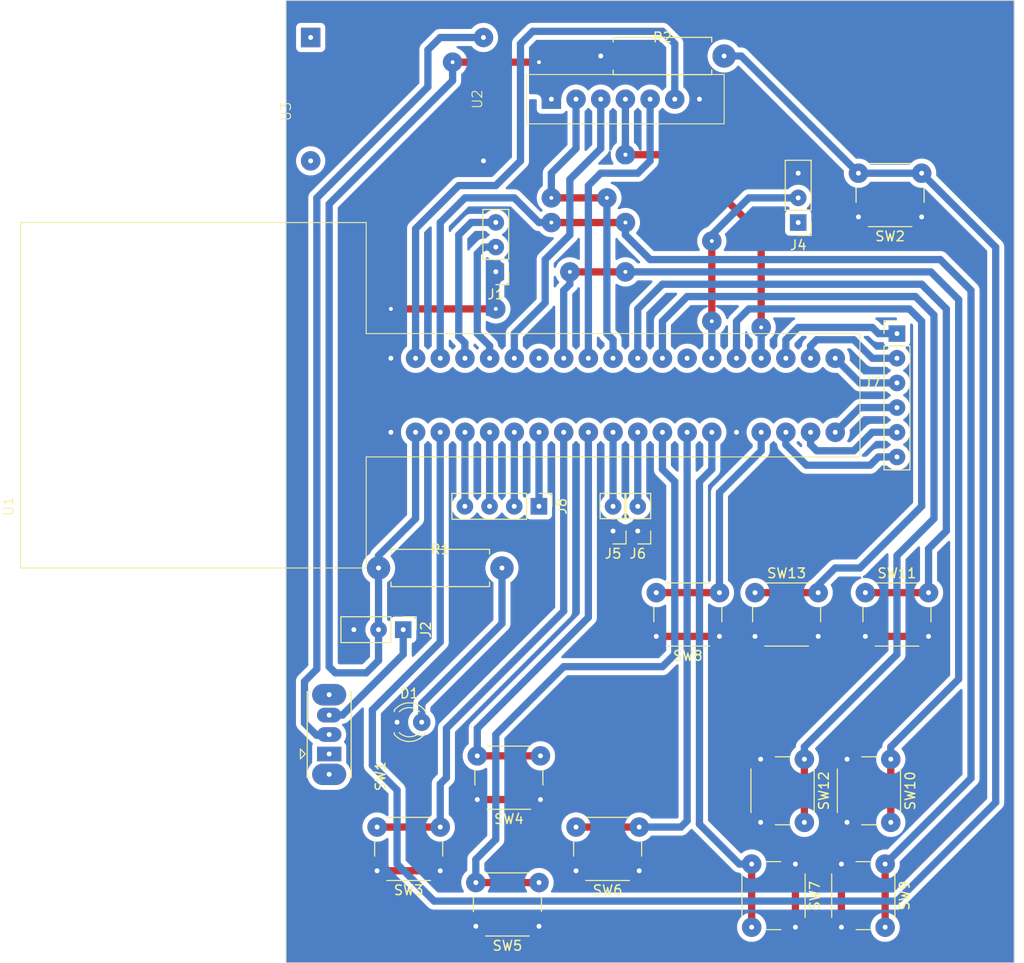
<source format=kicad_pcb>
(kicad_pcb (version 20221018) (generator pcbnew)
  (layers (0 "F.Cu" signal) (31 "B.Cu" signal) (36 "B.SilkS" user "B.Silkscreen") (37 "F.SilkS" user "F.Silkscreen") (38 "B.Mask" user) (39 "F.Mask" user) (44 "Edge.Cuts" user))
  (net 0 "")
  (net 1 "GND")
  (net 2 "+3.3V")
  (net 3 "Net-(D1-A)")
  (net 4 "Net-(J1-Pin_2)")
  (net 5 "Net-(J1-Pin_3)")
  (net 6 "Net-(J2-Pin_1)")
  (net 8 "Net-(J4-Pin_2)")
  (net 9 "Net-(J5-Pin_2)")
  (net 10 "Net-(J6-Pin_2)")
  (net 11 "Net-(J7-Pin_1)")
  (net 12 "Net-(J7-Pin_2)")
  (net 13 "Net-(J7-Pin_3)")
  (net 14 "Net-(J7-Pin_4)")
  (net 15 "Net-(J7-Pin_5)")
  (net 16 "Net-(J7-Pin_6)")
  (net 17 "Net-(J8-Pin_1)")
  (net 18 "Net-(J8-Pin_2)")
  (net 19 "Net-(J8-Pin_3)")
  (net 20 "Net-(J8-Pin_4)")
  (net 21 "Net-(U1-EN)")
  (net 22 "Net-(U1-IO15)")
  (net 24 "Net-(SW1-B)")
  (net 26 "Net-(U1-IO32)")
  (net 27 "Net-(U1-IO33)")
  (net 28 "Net-(U1-IO5)")
  (net 29 "Net-(U1-IO18)")
  (net 30 "Net-(U1-IO27)")
  (net 32 "Net-(U1-IO21)")
  (net 33 "Net-(U1-IO14)")
  (net 34 "Net-(U1-IO12)")
  (net 35 "Net-(U1-IO13)")
  (net 36 "Net-(U1-IO23)")
  (net 37 "Net-(U1-IO22)")
  (net 38 "Net-(U1-IO19)")
  (net 39 "Net-(U1-IO17)")
  (net 40 "Net-(U1-IO16)")
  (net 41 "Net-(U1-IO2)")
  (footprint "Connector_PinHeader_2.54mm:PinHeader_1x04_P2.54mm_Vertical" (layer "F.Cu") (at 143.5 91.44 -90)
    (fp_text reference "J8" (at 0 -2.33 90) (layer "F.SilkS"))
    (fp_text value "Conn_01x04")
    (pad "1" thru_hole rect (at 0 0 270) (size 1.7 1.7) (drill 0.5) (layers "*.Cu" "*.Mask") (net 17 "Net-(J8-Pin_1)"))
    (pad "2" thru_hole oval (at 0 2.54 270) (size 1.7 1.7) (drill 0.5) (layers "*.Cu" "*.Mask") (net 18 "Net-(J8-Pin_2)"))
    (pad "3" thru_hole oval (at 0 5.08 270) (size 1.7 1.7) (drill 0.5) (layers "*.Cu" "*.Mask") (net 19 "Net-(J8-Pin_3)"))
    (pad "4" thru_hole oval (at 0 7.62 270) (size 1.7 1.7) (drill 0.5) (layers "*.Cu" "*.Mask") (net 20 "Net-(J8-Pin_4)"))
  )
  (footprint "Button_Switch_THT:SW_PUSH_6mm" (layer "F.Cu") (at 153.82 128.96 180)
    (fp_text reference "SW6" (at 3.25 -2) (layer "F.SilkS"))
    (fp_text value "SW_Push")
    (pad "1" thru_hole circle (at 0 0 270) (size 2 2) (drill 0.5) (layers "*.Cu" "*.Mask") (net 1 "GND"))
    (pad "1" thru_hole circle (at 6.5 0 270) (size 2 2) (drill 0.5) (layers "*.Cu" "*.Mask") (net 1 "GND"))
    (pad "2" thru_hole circle (at 0 4.5 270) (size 2 2) (drill 0.5) (layers "*.Cu" "*.Mask") (net 33 "Net-(U1-IO14)"))
    (pad "2" thru_hole circle (at 6.5 4.5 270) (size 2 2) (drill 0.5) (layers "*.Cu" "*.Mask") (net 33 "Net-(U1-IO14)"))
  )
  (footprint "Resistor_THT:R_Axial_DIN0411_L9.9mm_D3.6mm_P12.70mm_Horizontal" (layer "F.Cu") (at 149.86 45.085)
    (fp_text reference "R2" (at 6.35 -1.92) (layer "F.SilkS"))
    (fp_text value "R")
    (pad "1" thru_hole circle (at 0 0) (size 2.4 2.4) (drill 0.5) (layers "*.Cu" "*.Mask") (net 2 "+3.3V"))
    (pad "2" thru_hole oval (at 12.7 0) (size 2.4 2.4) (drill 0.5) (layers "*.Cu" "*.Mask") (net 21 "Net-(U1-EN)"))
  )
  (footprint "Button_Switch_THT:SW_PUSH_6mm" (layer "F.Cu") (at 143.51 134.675 180)
    (fp_text reference "SW5" (at 3.25 -2) (layer "F.SilkS"))
    (fp_text value "SW_Push")
    (pad "1" thru_hole circle (at 0 0 270) (size 2 2) (drill 0.5) (layers "*.Cu" "*.Mask") (net 1 "GND"))
    (pad "1" thru_hole circle (at 6.5 0 270) (size 2 2) (drill 0.5) (layers "*.Cu" "*.Mask") (net 1 "GND"))
    (pad "2" thru_hole circle (at 0 4.5 270) (size 2 2) (drill 0.5) (layers "*.Cu" "*.Mask") (net 30 "Net-(U1-IO27)"))
    (pad "2" thru_hole circle (at 6.5 4.5 270) (size 2 2) (drill 0.5) (layers "*.Cu" "*.Mask") (net 30 "Net-(U1-IO27)"))
  )
  (footprint "Connector_PinHeader_2.54mm:PinHeader_1x02_P2.54mm_Vertical" (layer "F.Cu") (at 151.13 93.985 180)
    (fp_text reference "J5" (at 0 -2.33) (layer "F.SilkS"))
    (fp_text value "Conn_01x02")
    (pad "1" thru_hole rect (at 0 0 180) (size 1.7 1.7) (drill 0.5) (layers "*.Cu" "*.Mask") (net 1 "GND"))
    (pad "2" thru_hole oval (at 0 2.54 180) (size 1.7 1.7) (drill 0.5) (layers "*.Cu" "*.Mask") (net 9 "Net-(J5-Pin_2)"))
  )
  (footprint "Button_Switch_THT:SW_PUSH_6mm" (layer "F.Cu") (at 179.705 117.475 -90)
    (fp_text reference "SW10" (at 3.25 -2 90) (layer "F.SilkS"))
    (fp_text value "SW_Push")
    (pad "1" thru_hole circle (at 0 0) (size 2 2) (drill 0.5) (layers "*.Cu" "*.Mask") (net 38 "Net-(U1-IO19)"))
    (pad "1" thru_hole circle (at 6.5 0) (size 2 2) (drill 0.5) (layers "*.Cu" "*.Mask") (net 38 "Net-(U1-IO19)"))
    (pad "2" thru_hole circle (at 0 4.5) (size 2 2) (drill 0.5) (layers "*.Cu" "*.Mask") (net 1 "GND"))
    (pad "2" thru_hole circle (at 6.5 4.5) (size 2 2) (drill 0.5) (layers "*.Cu" "*.Mask") (net 1 "GND"))
  )
  (footprint "NakamaLibrary:BAT-MNG" (layer "F.Cu") (at 117.475 50.8 90)
    (fp_text reference "U3" (at 0 0 90 unlocked) (layer "F.SilkS") (effects (font (thickness 0.1))))
    (fp_text value "~")
    (pad "1" thru_hole rect (at 7.62 2.54 90) (size 2 2) (drill 0.5) (layers "*.Cu" "*.Mask"))
    (pad "2" thru_hole circle (at -5.08 2.54 90) (size 2 2) (drill 0.5) (layers "*.Cu" "*.Mask"))
    (pad "3" thru_hole circle (at 7.62 20.32 90) (size 2 2) (drill 0.5) (layers "*.Cu" "*.Mask") (net 24 "Net-(SW1-B)"))
    (pad "4" thru_hole circle (at -5.08 20.32 90) (size 2 2) (drill 0.5) (layers "*.Cu" "*.Mask") (net 1 "GND"))
  )
  (footprint "LED_THT:LED_D3.0mm" (layer "F.Cu") (at 128.905 113.665)
    (fp_text reference "D1" (at 1.27 -2.96) (layer "F.SilkS"))
    (fp_text value "LED")
    (pad "1" thru_hole rect (at 0 0) (size 1.8 1.8) (drill 0.5) (layers "*.Cu" "*.Mask") (net 1 "GND"))
    (pad "2" thru_hole circle (at 2.54 0) (size 1.8 1.8) (drill 0.5) (layers "*.Cu" "*.Mask") (net 3 "Net-(D1-A)"))
  )
  (footprint "Button_Switch_THT:SW_PUSH_6mm" (layer "F.Cu") (at 169.89 128.27 -90)
    (fp_text reference "SW7" (at 3.25 -2 90) (layer "F.SilkS"))
    (fp_text value "SW_Push")
    (pad "1" thru_hole circle (at 0 0) (size 2 2) (drill 0.5) (layers "*.Cu" "*.Mask") (net 1 "GND"))
    (pad "1" thru_hole circle (at 6.5 0) (size 2 2) (drill 0.5) (layers "*.Cu" "*.Mask") (net 1 "GND"))
    (pad "2" thru_hole circle (at 0 4.5) (size 2 2) (drill 0.5) (layers "*.Cu" "*.Mask") (net 34 "Net-(U1-IO12)"))
    (pad "2" thru_hole circle (at 6.5 4.5) (size 2 2) (drill 0.5) (layers "*.Cu" "*.Mask") (net 34 "Net-(U1-IO12)"))
  )
  (footprint "Button_Switch_THT:SW_PUSH_6mm" (layer "F.Cu") (at 162.075 104.83 180)
    (fp_text reference "SW8" (at 3.25 -2) (layer "F.SilkS"))
    (fp_text value "SW_Push")
    (pad "1" thru_hole circle (at 0 0 270) (size 2 2) (drill 0.5) (layers "*.Cu" "*.Mask") (net 1 "GND"))
    (pad "1" thru_hole circle (at 6.5 0 270) (size 2 2) (drill 0.5) (layers "*.Cu" "*.Mask") (net 1 "GND"))
    (pad "2" thru_hole circle (at 0 4.5 270) (size 2 2) (drill 0.5) (layers "*.Cu" "*.Mask") (net 35 "Net-(U1-IO13)"))
    (pad "2" thru_hole circle (at 6.5 4.5 270) (size 2 2) (drill 0.5) (layers "*.Cu" "*.Mask") (net 35 "Net-(U1-IO13)"))
  )
  (footprint "Connector_PinHeader_2.54mm:PinHeader_1x03_P2.54mm_Vertical" (layer "F.Cu") (at 129.54 104.14 -90)
    (fp_text reference "J2" (at 0 -2.33 90) (layer "F.SilkS"))
    (fp_text value "Conn_01x03")
    (pad "1" thru_hole rect (at 0 0 270) (size 1.7 1.7) (drill 0.5) (layers "*.Cu" "*.Mask") (net 6 "Net-(J2-Pin_1)"))
    (pad "2" thru_hole oval (at 0 2.54 270) (size 1.7 1.7) (drill 0.5) (layers "*.Cu" "*.Mask") (net 2 "+3.3V"))
    (pad "3" thru_hole oval (at 0 5.08 270) (size 1.7 1.7) (drill 0.5) (layers "*.Cu" "*.Mask") (net 1 "GND"))
  )
  (footprint "Button_Switch_THT:SW_PUSH_6mm" (layer "F.Cu") (at 143.66 121.63 180)
    (fp_text reference "SW4" (at 3.25 -2) (layer "F.SilkS"))
    (fp_text value "SW_Push")
    (pad "1" thru_hole circle (at 0 0 270) (size 2 2) (drill 0.5) (layers "*.Cu" "*.Mask") (net 1 "GND"))
    (pad "1" thru_hole circle (at 6.5 0 270) (size 2 2) (drill 0.5) (layers "*.Cu" "*.Mask") (net 1 "GND"))
    (pad "2" thru_hole circle (at 0 4.5 270) (size 2 2) (drill 0.5) (layers "*.Cu" "*.Mask") (net 27 "Net-(U1-IO33)"))
    (pad "2" thru_hole circle (at 6.5 4.5 270) (size 2 2) (drill 0.5) (layers "*.Cu" "*.Mask") (net 27 "Net-(U1-IO33)"))
  )
  (footprint "Connector_PinHeader_2.54mm:PinHeader_1x02_P2.54mm_Vertical" (layer "F.Cu") (at 153.67 93.985 180)
    (fp_text reference "J6" (at 0 -2.33) (layer "F.SilkS"))
    (fp_text value "Conn_01x02")
    (pad "1" thru_hole rect (at 0 0 180) (size 1.7 1.7) (drill 0.5) (layers "*.Cu" "*.Mask") (net 1 "GND"))
    (pad "2" thru_hole oval (at 0 2.54 180) (size 1.7 1.7) (drill 0.5) (layers "*.Cu" "*.Mask") (net 10 "Net-(J6-Pin_2)"))
  )
  (footprint "Button_Switch_THT:SW_PUSH_6mm" (layer "F.Cu") (at 165.735 100.33)
    (fp_text reference "SW13" (at 3.25 -2) (layer "F.SilkS"))
    (fp_text value "SW_Push")
    (pad "1" thru_hole circle (at 0 0 90) (size 2 2) (drill 0.5) (layers "*.Cu" "*.Mask") (net 41 "Net-(U1-IO2)"))
    (pad "1" thru_hole circle (at 6.5 0 90) (size 2 2) (drill 0.5) (layers "*.Cu" "*.Mask") (net 41 "Net-(U1-IO2)"))
    (pad "2" thru_hole circle (at 0 4.5 90) (size 2 2) (drill 0.5) (layers "*.Cu" "*.Mask") (net 1 "GND"))
    (pad "2" thru_hole circle (at 6.5 4.5 90) (size 2 2) (drill 0.5) (layers "*.Cu" "*.Mask") (net 1 "GND"))
  )
  (footprint "Connector_PinHeader_2.54mm:PinHeader_1x06_P2.54mm_Vertical" (layer "F.Cu") (at 180.34 73.66)
    (fp_text reference "J7" (at -2.54 5.08) (layer "F.SilkS"))
    (fp_text value "Conn_01x06")
    (pad "1" thru_hole rect (at 0 0) (size 1.7 1.7) (drill 0.5) (layers "*.Cu" "*.Mask") (net 11 "Net-(J7-Pin_1)"))
    (pad "2" thru_hole oval (at 0 2.54) (size 1.7 1.7) (drill 0.5) (layers "*.Cu" "*.Mask") (net 12 "Net-(J7-Pin_2)"))
    (pad "3" thru_hole oval (at 0 5.08) (size 1.7 1.7) (drill 0.5) (layers "*.Cu" "*.Mask") (net 13 "Net-(J7-Pin_3)"))
    (pad "4" thru_hole oval (at 0 7.62) (size 1.7 1.7) (drill 0.5) (layers "*.Cu" "*.Mask") (net 14 "Net-(J7-Pin_4)"))
    (pad "5" thru_hole oval (at 0 10.16) (size 1.7 1.7) (drill 0.5) (layers "*.Cu" "*.Mask") (net 15 "Net-(J7-Pin_5)"))
    (pad "6" thru_hole oval (at 0 12.7) (size 1.7 1.7) (drill 0.5) (layers "*.Cu" "*.Mask") (net 16 "Net-(J7-Pin_6)"))
  )
  (footprint "Button_Switch_THT:SW_Slide_1P2T_CK_OS102011MS2Q" (layer "F.Cu") (at 121.92 116.935 90)
    (fp_text reference "SW1" (at -2.3 5.275 90) (layer "F.SilkS"))
    (fp_text value "SW_SPDT")
    (pad "" thru_hole oval (at -2.1 0 90) (size 2.2 3.5) (drill 0.5) (layers "*.Cu" "*.Mask"))
    (pad "" thru_hole oval (at 6.1 0 90) (size 2.2 3.5) (drill 0.5) (layers "*.Cu" "*.Mask"))
    (pad "1" thru_hole rect (at 0 0 90) (size 1.5 2.5) (drill 0.5) (layers "*.Cu" "*.Mask"))
    (pad "2" thru_hole oval (at 2 0 90) (size 1.5 2.5) (drill 0.5) (layers "*.Cu" "*.Mask") (net 24 "Net-(SW1-B)"))
    (pad "3" thru_hole oval (at 4 0 90) (size 1.5 2.5) (drill 0.5) (layers "*.Cu" "*.Mask") (net 6 "Net-(J2-Pin_1)"))
  )
  (footprint "NakamaLibrary:AQM1248A-LCD" (layer "F.Cu") (at 152.4 49.53 90)
    (fp_text reference "U2" (at 0 -15.24 90 unlocked) (layer "F.SilkS") (effects (font (thickness 0.1))))
    (fp_text value "~")
    (pad "1" thru_hole rect (at 0 -7.62 90) (size 2 2) (drill 0.5) (layers "*.Cu" "*.Mask") (net 2 "+3.3V"))
    (pad "2" thru_hole circle (at 0 -5.08 90) (size 2 2) (drill 0.5) (layers "*.Cu" "*.Mask") (net 28 "Net-(U1-IO5)"))
    (pad "3" thru_hole circle (at 0 -2.54 90) (size 2 2) (drill 0.5) (layers "*.Cu" "*.Mask") (net 32 "Net-(U1-IO21)"))
    (pad "4" thru_hole circle (at 0 0 90) (size 2 2) (drill 0.5) (layers "*.Cu" "*.Mask") (net 22 "Net-(U1-IO15)"))
    (pad "5" thru_hole circle (at 0 2.54 90) (size 2 2) (drill 0.5) (layers "*.Cu" "*.Mask") (net 29 "Net-(U1-IO18)"))
    (pad "6" thru_hole circle (at 0 5.08 90) (size 2 2) (drill 0.5) (layers "*.Cu" "*.Mask") (net 36 "Net-(U1-IO23)"))
    (pad "7" thru_hole circle (at 0 7.62 90) (size 2 2) (drill 0.5) (layers "*.Cu" "*.Mask") (net 1 "GND"))
  )
  (footprint "Button_Switch_THT:SW_PUSH_6mm" (layer "F.Cu") (at 179.125 128.27 -90)
    (fp_text reference "SW9" (at 3.25 -2 90) (layer "F.SilkS"))
    (fp_text value "SW_Push")
    (pad "1" thru_hole circle (at 0 0) (size 2 2) (drill 0.5) (layers "*.Cu" "*.Mask") (net 37 "Net-(U1-IO22)"))
    (pad "1" thru_hole circle (at 6.5 0) (size 2 2) (drill 0.5) (layers "*.Cu" "*.Mask") (net 37 "Net-(U1-IO22)"))
    (pad "2" thru_hole circle (at 0 4.5) (size 2 2) (drill 0.5) (layers "*.Cu" "*.Mask") (net 1 "GND"))
    (pad "2" thru_hole circle (at 6.5 4.5) (size 2 2) (drill 0.5) (layers "*.Cu" "*.Mask") (net 1 "GND"))
  )
  (footprint "NakamaLibrary:ESP32-AKITUKI" (layer "F.Cu") (at 128.27 80.01 90)
    (fp_text reference "U1" (at -11.43 -39.37 90 unlocked) (layer "F.SilkS") (effects (font (thickness 0.1))))
    (fp_text value "~")
    (pad "1" thru_hole circle (at -3.81 0 90) (size 2 2) (drill 0.5) (layers "*.Cu" "*.Mask") (net 1 "GND"))
    (pad "2" thru_hole circle (at -3.81 2.54 90) (size 2 2) (drill 0.5) (layers "*.Cu" "*.Mask") (net 2 "+3.3V"))
    (pad "3" thru_hole circle (at -3.81 5.08 90) (size 2 2) (drill 0.5) (layers "*.Cu" "*.Mask") (net 21 "Net-(U1-EN)"))
    (pad "4" thru_hole circle (at -3.81 7.62 90) (size 2 2) (drill 0.5) (layers "*.Cu" "*.Mask") (net 20 "Net-(J8-Pin_4)"))
    (pad "5" thru_hole circle (at -3.81 10.16 90) (size 2 2) (drill 0.5) (layers "*.Cu" "*.Mask") (net 19 "Net-(J8-Pin_3)"))
    (pad "6" thru_hole circle (at -3.81 12.7 90) (size 2 2) (drill 0.5) (layers "*.Cu" "*.Mask") (net 18 "Net-(J8-Pin_2)"))
    (pad "7" thru_hole circle (at -3.81 15.24 90) (size 2 2) (drill 0.5) (layers "*.Cu" "*.Mask") (net 17 "Net-(J8-Pin_1)"))
    (pad "8" thru_hole circle (at -3.81 17.78 90) (size 2 2) (drill 0.5) (layers "*.Cu" "*.Mask") (net 26 "Net-(U1-IO32)"))
    (pad "9" thru_hole circle (at -3.81 20.32 90) (size 2 2) (drill 0.5) (layers "*.Cu" "*.Mask") (net 27 "Net-(U1-IO33)"))
    (pad "10" thru_hole circle (at -3.81 22.86 90) (size 2 2) (drill 0.5) (layers "*.Cu" "*.Mask") (net 9 "Net-(J5-Pin_2)"))
    (pad "11" thru_hole circle (at -3.81 25.4 90) (size 2 2) (drill 0.5) (layers "*.Cu" "*.Mask") (net 10 "Net-(J6-Pin_2)"))
    (pad "12" thru_hole circle (at -3.81 27.94 90) (size 2 2) (drill 0.5) (layers "*.Cu" "*.Mask") (net 30 "Net-(U1-IO27)"))
    (pad "13" thru_hole circle (at -3.81 30.48 90) (size 2 2) (drill 0.5) (layers "*.Cu" "*.Mask") (net 33 "Net-(U1-IO14)"))
    (pad "14" thru_hole circle (at -3.81 33.02 90) (size 2 2) (drill 0.5) (layers "*.Cu" "*.Mask") (net 34 "Net-(U1-IO12)"))
    (pad "15" thru_hole circle (at -3.81 35.56 90) (size 2 2) (drill 0.5) (layers "*.Cu" "*.Mask") (net 1 "GND"))
    (pad "16" thru_hole circle (at -3.81 38.1 90) (size 2 2) (drill 0.5) (layers "*.Cu" "*.Mask") (net 35 "Net-(U1-IO13)"))
    (pad "17" thru_hole circle (at -3.81 40.64 90) (size 2 2) (drill 0.5) (layers "*.Cu" "*.Mask") (net 16 "Net-(J7-Pin_6)"))
    (pad "18" thru_hole circle (at -3.81 43.18 90) (size 2 2) (drill 0.5) (layers "*.Cu" "*.Mask") (net 15 "Net-(J7-Pin_5)"))
    (pad "19" thru_hole circle (at -3.81 45.72 90) (size 2 2) (drill 0.5) (layers "*.Cu" "*.Mask") (net 14 "Net-(J7-Pin_4)"))
    (pad "20" thru_hole circle (at 3.81 45.72 90) (size 2 2) (drill 0.5) (layers "*.Cu" "*.Mask") (net 13 "Net-(J7-Pin_3)"))
    (pad "21" thru_hole circle (at 3.81 43.18 90) (size 2 2) (drill 0.5) (layers "*.Cu" "*.Mask") (net 12 "Net-(J7-Pin_2)"))
    (pad "22" thru_hole circle (at 3.81 40.64 90) (size 2 2) (drill 0.5) (layers "*.Cu" "*.Mask") (net 11 "Net-(J7-Pin_1)"))
    (pad "23" thru_hole circle (at 3.81 38.1 90) (size 2 2) (drill 0.5) (layers "*.Cu" "*.Mask") (net 22 "Net-(U1-IO15)"))
    (pad "24" thru_hole circle (at 3.81 35.56 90) (size 2 2) (drill 0.5) (layers "*.Cu" "*.Mask") (net 41 "Net-(U1-IO2)"))
    (pad "25" thru_hole circle (at 3.81 33.02 90) (size 2 2) (drill 0.5) (layers "*.Cu" "*.Mask") (net 8 "Net-(J4-Pin_2)"))
    (pad "26" thru_hole circle (at 3.81 30.48 90) (size 2 2) (drill 0.5) (layers "*.Cu" "*.Mask"))
    (pad "27" thru_hole circle (at 3.81 27.94 90) (size 2 2) (drill 0.5) (layers "*.Cu" "*.Mask") (net 40 "Net-(U1-IO16)"))
    (pad "28" thru_hole circle (at 3.81 25.4 90) (size 2 2) (drill 0.5) (layers "*.Cu" "*.Mask") (net 39 "Net-(U1-IO17)"))
    (pad "29" thru_hole circle (at 3.81 22.86 90) (size 2 2) (drill 0.5) (layers "*.Cu" "*.Mask") (net 28 "Net-(U1-IO5)"))
    (pad "30" thru_hole circle (at 3.81 20.32 90) (size 2 2) (drill 0.5) (layers "*.Cu" "*.Mask") (net 29 "Net-(U1-IO18)"))
    (pad "31" thru_hole circle (at 3.81 17.78 90) (size 2 2) (drill 0.5) (layers "*.Cu" "*.Mask") (net 38 "Net-(U1-IO19)"))
    (pad "32" thru_hole circle (at 3.81 15.24 90) (size 2 2) (drill 0.5) (layers "*.Cu" "*.Mask"))
    (pad "33" thru_hole circle (at 3.81 12.7 90) (size 2 2) (drill 0.5) (layers "*.Cu" "*.Mask") (net 32 "Net-(U1-IO21)"))
    (pad "34" thru_hole circle (at 3.81 10.16 90) (size 2 2) (drill 0.5) (layers "*.Cu" "*.Mask") (net 4 "Net-(J1-Pin_2)"))
    (pad "35" thru_hole circle (at 3.81 7.62 90) (size 2 2) (drill 0.5) (layers "*.Cu" "*.Mask") (net 5 "Net-(J1-Pin_3)"))
    (pad "36" thru_hole circle (at 3.81 5.08 90) (size 2 2) (drill 0.5) (layers "*.Cu" "*.Mask") (net 37 "Net-(U1-IO22)"))
    (pad "37" thru_hole circle (at 3.81 2.54 90) (size 2 2) (drill 0.5) (layers "*.Cu" "*.Mask") (net 36 "Net-(U1-IO23)"))
    (pad "38" thru_hole circle (at 3.81 0 90) (size 2 2) (drill 0.5) (layers "*.Cu" "*.Mask") (net 1 "GND"))
  )
  (footprint "Connector_PinHeader_2.54mm:PinHeader_1x03_P2.54mm_Vertical" (layer "F.Cu") (at 139.065 67.295 180)
    (fp_text reference "J1" (at 0 -2.33) (layer "F.SilkS"))
    (fp_text value "Conn_01x03")
    (pad "1" thru_hole rect (at 0 0 180) (size 1.7 1.7) (drill 0.5) (layers "*.Cu" "*.Mask") (net 1 "GND"))
    (pad "2" thru_hole oval (at 0 2.54 180) (size 1.7 1.7) (drill 0.5) (layers "*.Cu" "*.Mask") (net 4 "Net-(J1-Pin_2)"))
    (pad "3" thru_hole oval (at 0 5.08 180) (size 1.7 1.7) (drill 0.5) (layers "*.Cu" "*.Mask") (net 5 "Net-(J1-Pin_3)"))
  )
  (footprint "Resistor_THT:R_Axial_DIN0411_L9.9mm_D3.6mm_P12.70mm_Horizontal" (layer "F.Cu") (at 127 97.79)
    (fp_text reference "R1" (at 6.35 -1.92) (layer "F.SilkS"))
    (fp_text value "R")
    (pad "1" thru_hole circle (at 0 0) (size 2.4 2.4) (drill 0.5) (layers "*.Cu" "*.Mask") (net 2 "+3.3V"))
    (pad "2" thru_hole oval (at 12.7 0) (size 2.4 2.4) (drill 0.5) (layers "*.Cu" "*.Mask") (net 3 "Net-(D1-A)"))
  )
  (footprint "Button_Switch_THT:SW_PUSH_6mm" (layer "F.Cu") (at 177.09 100.33)
    (fp_text reference "SW11" (at 3.25 -2) (layer "F.SilkS"))
    (fp_text value "SW_Push")
    (pad "1" thru_hole circle (at 0 0 90) (size 2 2) (drill 0.5) (layers "*.Cu" "*.Mask") (net 39 "Net-(U1-IO17)"))
    (pad "1" thru_hole circle (at 6.5 0 90) (size 2 2) (drill 0.5) (layers "*.Cu" "*.Mask") (net 39 "Net-(U1-IO17)"))
    (pad "2" thru_hole circle (at 0 4.5 90) (size 2 2) (drill 0.5) (layers "*.Cu" "*.Mask") (net 1 "GND"))
    (pad "2" thru_hole circle (at 6.5 4.5 90) (size 2 2) (drill 0.5) (layers "*.Cu" "*.Mask") (net 1 "GND"))
  )
  (footprint "Button_Switch_THT:SW_PUSH_6mm" (layer "F.Cu") (at 133.35 128.96 180)
    (fp_text reference "SW3" (at 3.25 -2) (layer "F.SilkS"))
    (fp_text value "SW_Push")
    (pad "1" thru_hole circle (at 0 0 270) (size 2 2) (drill 0.5) (layers "*.Cu" "*.Mask") (net 1 "GND"))
    (pad "1" thru_hole circle (at 6.5 0 270) (size 2 2) (drill 0.5) (layers "*.Cu" "*.Mask") (net 1 "GND"))
    (pad "2" thru_hole circle (at 0 4.5 270) (size 2 2) (drill 0.5) (layers "*.Cu" "*.Mask") (net 26 "Net-(U1-IO32)"))
    (pad "2" thru_hole circle (at 6.5 4.5 270) (size 2 2) (drill 0.5) (layers "*.Cu" "*.Mask") (net 26 "Net-(U1-IO32)"))
  )
  (footprint "Connector_PinHeader_2.54mm:PinHeader_1x03_P2.54mm_Vertical" (layer "F.Cu") (at 170.18 62.23 180)
    (fp_text reference "J4" (at 0 -2.33) (layer "F.SilkS"))
    (fp_text value "Conn_01x03")
    (pad "1" thru_hole rect (at 0 0 180) (size 1.7 1.7) (drill 0.5) (layers "*.Cu" "*.Mask"))
    (pad "2" thru_hole oval (at 0 2.54 180) (size 1.7 1.7) (drill 0.5) (layers "*.Cu" "*.Mask") (net 8 "Net-(J4-Pin_2)"))
    (pad "3" thru_hole oval (at 0 5.08 180) (size 1.7 1.7) (drill 0.5) (layers "*.Cu" "*.Mask") (net 1 "GND"))
  )
  (footprint "Button_Switch_THT:SW_PUSH_6mm" (layer "F.Cu") (at 170.815 117.475 -90)
    (fp_text reference "SW12" (at 3.25 -2 90) (layer "F.SilkS"))
    (fp_text value "SW_Push")
    (pad "1" thru_hole circle (at 0 0) (size 2 2) (drill 0.5) (layers "*.Cu" "*.Mask") (net 40 "Net-(U1-IO16)"))
    (pad "1" thru_hole circle (at 6.5 0) (size 2 2) (drill 0.5) (layers "*.Cu" "*.Mask") (net 40 "Net-(U1-IO16)"))
    (pad "2" thru_hole circle (at 0 4.5) (size 2 2) (drill 0.5) (layers "*.Cu" "*.Mask") (net 1 "GND"))
    (pad "2" thru_hole circle (at 6.5 4.5) (size 2 2) (drill 0.5) (layers "*.Cu" "*.Mask") (net 1 "GND"))
  )
  (footprint "Button_Switch_THT:SW_PUSH_6mm" (layer "F.Cu") (at 182.88 61.65 180)
    (fp_text reference "SW2" (at 3.25 -2) (layer "F.SilkS"))
    (fp_text value "SW_Push")
    (pad "1" thru_hole circle (at 0 0 270) (size 2 2) (drill 0.5) (layers "*.Cu" "*.Mask") (net 1 "GND"))
    (pad "1" thru_hole circle (at 6.5 0 270) (size 2 2) (drill 0.5) (layers "*.Cu" "*.Mask") (net 1 "GND"))
    (pad "2" thru_hole circle (at 0 4.5 270) (size 2 2) (drill 0.5) (layers "*.Cu" "*.Mask") (net 21 "Net-(U1-EN)"))
    (pad "2" thru_hole circle (at 6.5 4.5 270) (size 2 2) (drill 0.5) (layers "*.Cu" "*.Mask") (net 21 "Net-(U1-EN)"))
  )
  (gr_rect (start 117.475 39.37) (end 192.405 138.43) (stroke (width 0.1)) (fill none) (layer "Edge.Cuts"))
  (segment (start 147.32 128.96) (end 153.82 128.96) (width 0.75) (layer "F.Cu") (net 1))
  (segment (start 128.27 71.12) (end 139.065 71.12) (width 0.75) (layer "F.Cu") (net 1))
  (segment (start 137.16 121.63) (end 143.66 121.63) (width 0.75) (layer "F.Cu") (net 1))
  (segment (start 165.735 104.83) (end 172.235 104.83) (width 0.75) (layer "F.Cu") (net 1))
  (segment (start 177.09 104.83) (end 183.59 104.83) (width 0.75) (layer "F.Cu") (net 1))
  (segment (start 155.575 104.83) (end 162.075 104.83) (width 0.75) (layer "F.Cu") (net 1))
  (segment (start 175.205 117.475) (end 175.205 123.975) (width 0.75) (layer "F.Cu") (net 1))
  (segment (start 126.85 128.96) (end 133.35 128.96) (width 0.75) (layer "F.Cu") (net 1))
  (segment (start 166.315 117.475) (end 166.315 123.975) (width 0.75) (layer "F.Cu") (net 1))
  (segment (start 169.89 128.27) (end 169.89 134.77) (width 0.75) (layer "F.Cu") (net 1))
  (segment (start 174.625 128.27) (end 174.625 134.77) (width 0.75) (layer "F.Cu") (net 1))
  (segment (start 137.01 134.675) (end 143.51 134.675) (width 0.75) (layer "F.Cu") (net 1))
  (via (at 139.065 71.12) (size 2) (drill 0.4) (layers "F.Cu" "B.Cu") (net 1))
  (via (at 128.27 71.12) (size 2) (drill 0.4) (layers "F.Cu" "B.Cu") (net 1))
  (segment (start 160.02 49.53) (end 160.02 51.435) (width 0.75) (layer "B.Cu") (net 1))
  (segment (start 133.35 128.96) (end 137.16 125.15) (width 0.75) (layer "B.Cu") (net 1))
  (segment (start 175.205 127.69) (end 174.625 128.27) (width 0.75) (layer "B.Cu") (net 1))
  (segment (start 142.24 41.275) (end 158.75 41.275) (width 0.75) (layer "B.Cu") (net 1))
  (segment (start 183.57 61.65) (end 176.38 61.65) (width 0.75) (layer "B.Cu") (net 1))
  (segment (start 151.13 93.985) (end 153.67 93.985) (width 0.75) (layer "B.Cu") (net 1))
  (segment (start 128.905 118.11) (end 130.81 120.015) (width 0.75) (layer "B.Cu") (net 1))
  (segment (start 151.13 100.385) (end 151.13 93.985) (width 0.75) (layer "B.Cu") (net 1))
  (segment (start 170.18 57.15) (end 171.88 57.15) (width 0.75) (layer "B.Cu") (net 1))
  (segment (start 169.545 128.27) (end 166.315 125.04) (width 0.75) (layer "B.Cu") (net 1))
  (segment (start 128.27 76.2) (end 128.27 80.01) (width 0.75) (layer "B.Cu") (net 1))
  (segment (start 132.565 134.675) (end 137.01 134.675) (width 0.75) (layer "B.Cu") (net 1))
  (segment (start 189.23 121.285) (end 189.23 67.31) (width 0.75) (layer "B.Cu") (net 1))
  (segment (start 143.66 121.63) (end 143.66 125.3) (width 0.75) (layer "B.Cu") (net 1))
  (segment (start 130.81 120.015) (end 130.81 126.42) (width 0.75) (layer "B.Cu") (net 1))
  (segment (start 160.02 42.545) (end 160.02 49.53) (width 0.75) (layer "B.Cu") (net 1))
  (segment (start 163.83 83.82) (end 163.83 81.28) (width 0.75) (layer "B.Cu") (net 1))
  (segment (start 128.27 71.12) (end 128.27 62.865) (width 0.75) (layer "B.Cu") (net 1))
  (segment (start 158.17 128.96) (end 160.02 130.81) (width 0.75) (layer "B.Cu") (net 1))
  (segment (start 158.75 41.275) (end 160.02 42.545) (width 0.75) (layer "B.Cu") (net 1))
  (segment (start 140.335 43.18) (end 142.24 41.275) (width 0.75) (layer "B.Cu") (net 1))
  (segment (start 174.625 128.27) (end 169.89 128.27) (width 0.75) (layer "B.Cu") (net 1))
  (segment (start 135.255 55.88) (end 137.795 55.88) (width 0.75) (layer "B.Cu") (net 1))
  (segment (start 124.46 87.63) (end 128.27 83.82) (width 0.75) (layer "B.Cu") (net 1))
  (segment (start 137.795 55.88) (end 140.335 53.34) (width 0.75) (layer "B.Cu") (net 1))
  (segment (start 137.16 125.15) (end 137.16 121.63) (width 0.75) (layer "B.Cu") (net 1))
  (segment (start 160.02 51.435) (end 165.735 57.15) (width 0.75) (layer "B.Cu") (net 1))
  (segment (start 166.315 125.04) (end 166.315 123.975) (width 0.75) (layer "B.Cu") (net 1))
  (segment (start 163.83 81.28) (end 162.56 80.01) (width 0.75) (layer "B.Cu") (net 1))
  (segment (start 128.905 113.665) (end 128.905 118.11) (width 0.75) (layer "B.Cu") (net 1))
  (segment (start 162.075 104.83) (end 165.735 104.83) (width 0.75) (layer "B.Cu") (net 1))
  (segment (start 126.85 128.96) (end 132.565 134.675) (width 0.75) (layer "B.Cu") (net 1))
  (segment (start 160.02 130.81) (end 179.705 130.81) (width 0.75) (layer "B.Cu") (net 1))
  (segment (start 179.705 130.81) (end 189.23 121.285) (width 0.75) (layer "B.Cu") (net 1))
  (segment (start 128.27 76.2) (end 128.27 71.12) (width 0.75) (layer "B.Cu") (net 1))
  (segment (start 175.205 123.975) (end 175.205 127.69) (width 0.75) (layer "B.Cu") (net 1))
  (segment (start 143.66 125.3) (end 147.32 128.96) (width 0.75) (layer "B.Cu") (net 1))
  (segment (start 174.625 130.81) (end 174.625 128.27) (width 0.75) (layer "B.Cu") (net 1))
  (segment (start 165.735 116.895) (end 165.735 104.83) (width 0.75) (layer "B.Cu") (net 1))
  (segment (start 169.89 128.27) (end 169.545 128.27) (width 0.75) (layer "B.Cu") (net 1))
  (segment (start 189.23 67.31) (end 183.57 61.65) (width 0.75) (layer "B.Cu") (net 1))
  (segment (start 124.46 104.14) (end 124.46 87.63) (width 0.75) (layer "B.Cu") (net 1))
  (segment (start 153.82 128.96) (end 158.17 128.96) (width 0.75) (layer "B.Cu") (net 1))
  (segment (start 166.315 117.475) (end 165.735 116.895) (width 0.75) (layer "B.Cu") (net 1))
  (segment (start 139.065 71.12) (end 139.065 67.295) (width 0.75) (layer "B.Cu") (net 1))
  (segment (start 128.27 80.01) (end 128.27 83.82) (width 0.75) (layer "B.Cu") (net 1))
  (segment (start 165.735 57.15) (end 170.18 57.15) (width 0.75) (layer "B.Cu") (net 1))
  (segment (start 130.81 126.42) (end 133.35 128.96) (width 0.75) (layer "B.Cu") (net 1))
  (segment (start 140.335 53.34) (end 140.335 43.18) (width 0.75) (layer "B.Cu") (net 1))
  (segment (start 162.56 80.01) (end 128.27 80.01) (width 0.75) (layer "B.Cu") (net 1))
  (segment (start 171.88 57.15) (end 176.38 61.65) (width 0.75) (layer "B.Cu") (net 1))
  (segment (start 128.27 62.865) (end 135.255 55.88) (width 0.75) (layer "B.Cu") (net 1))
  (segment (start 155.575 104.83) (end 151.13 100.385) (width 0.75) (layer "B.Cu") (net 1))
  (segment (start 134.62 45.72) (end 143.51 45.72) (width 0.75) (layer "F.Cu") (net 2))
  (via (at 143.51 45.72) (size 2) (drill 0.4) (layers "F.Cu" "B.Cu") (net 2))
  (via (at 134.62 45.72) (size 2) (drill 0.4) (layers "F.Cu" "B.Cu") (net 2))
  (segment (start 130.81 92.71) (end 127 96.52) (width 0.75) (layer "B.Cu") (net 2))
  (segment (start 121.92 60.325) (end 121.92 107.95) (width 0.75) (layer "B.Cu") (net 2))
  (segment (start 143.51 45.72) (end 144.78 46.99) (width 0.75) (layer "B.Cu") (net 2))
  (segment (start 127 96.52) (end 127 104.14) (width 0.75) (layer "B.Cu") (net 2))
  (segment (start 144.78 46.99) (end 144.78 49.53) (width 0.75) (layer "B.Cu") (net 2))
  (segment (start 130.81 83.82) (end 130.81 92.71) (width 0.75) (layer "B.Cu") (net 2))
  (segment (start 127 107.315) (end 127 104.14) (width 0.75) (layer "B.Cu") (net 2))
  (segment (start 134.62 47.625) (end 121.92 60.325) (width 0.75) (layer "B.Cu") (net 2))
  (segment (start 125.73 108.585) (end 127 107.315) (width 0.75) (layer "B.Cu") (net 2))
  (segment (start 134.62 45.72) (end 134.62 47.625) (width 0.75) (layer "B.Cu") (net 2))
  (segment (start 121.92 107.95) (end 122.555 108.585) (width 0.75) (layer "B.Cu") (net 2))
  (segment (start 144.145 45.085) (end 149.86 45.085) (width 0.75) (layer "B.Cu") (net 2))
  (segment (start 143.51 45.72) (end 144.145 45.085) (width 0.75) (layer "B.Cu") (net 2))
  (segment (start 122.555 108.585) (end 125.73 108.585) (width 0.75) (layer "B.Cu") (net 2))
  (segment (start 131.445 113.665) (end 131.445 111.76) (width 0.75) (layer "B.Cu") (net 3))
  (segment (start 139.7 103.505) (end 139.7 97.79) (width 0.75) (layer "B.Cu") (net 3))
  (segment (start 131.445 111.76) (end 139.7 103.505) (width 0.75) (layer "B.Cu") (net 3))
  (segment (start 137.825 64.755) (end 139.065 64.755) (width 0.75) (layer "B.Cu") (net 4))
  (segment (start 138.43 74.93) (end 137.16 73.66) (width 0.75) (layer "B.Cu") (net 4))
  (segment (start 137.16 65.42) (end 137.825 64.755) (width 0.75) (layer "B.Cu") (net 4))
  (segment (start 138.43 76.2) (end 138.43 74.93) (width 0.75) (layer "B.Cu") (net 4))
  (segment (start 137.16 73.66) (end 137.16 65.42) (width 0.75) (layer "B.Cu") (net 4))
  (segment (start 135.89 74.6125) (end 135.255 73.9775) (width 0.75) (layer "B.Cu") (net 5))
  (segment (start 135.255 63.5) (end 136.54 62.215) (width 0.75) (layer "B.Cu") (net 5))
  (segment (start 136.54 62.215) (end 139.065 62.215) (width 0.75) (layer "B.Cu") (net 5))
  (segment (start 135.255 73.9775) (end 135.255 63.5) (width 0.75) (layer "B.Cu") (net 5))
  (segment (start 135.89 76.2) (end 135.89 74.6125) (width 0.75) (layer "B.Cu") (net 5))
  (segment (start 129.54 106.68) (end 129.54 104.14) (width 0.75) (layer "B.Cu") (net 6))
  (segment (start 121.92 112.935) (end 123.285 112.935) (width 0.75) (layer "B.Cu") (net 6))
  (segment (start 123.285 112.935) (end 129.54 106.68) (width 0.75) (layer "B.Cu") (net 6))
  (segment (start 161.29 64.135) (end 161.29 72.39) (width 0.75) (layer "F.Cu") (net 8))
  (via (at 161.29 72.39) (size 2) (drill 0.4) (layers "F.Cu" "B.Cu") (net 8))
  (via (at 161.29 64.135) (size 2) (drill 0.4) (layers "F.Cu" "B.Cu") (net 8))
  (segment (start 161.29 72.39) (end 161.29 71.755) (width 0.75) (layer "B.Cu") (net 8))
  (segment (start 161.29 63.5) (end 161.29 64.135) (width 0.75) (layer "B.Cu") (net 8))
  (segment (start 170.18 59.69) (end 165.1 59.69) (width 0.75) (layer "B.Cu") (net 8))
  (segment (start 161.29 76.2) (end 161.29 72.39) (width 0.75) (layer "B.Cu") (net 8))
  (segment (start 165.1 59.69) (end 161.29 63.5) (width 0.75) (layer "B.Cu") (net 8))
  (segment (start 151.13 91.445) (end 151.13 83.82) (width 0.75) (layer "B.Cu") (net 9))
  (segment (start 153.67 91.445) (end 153.67 83.82) (width 0.75) (layer "B.Cu") (net 10))
  (segment (start 168.91 76.2) (end 168.91 74.295) (width 0.75) (layer "B.Cu") (net 11))
  (segment (start 168.91 74.295) (end 170.18 73.025) (width 0.75) (layer "B.Cu") (net 11))
  (segment (start 170.18 73.025) (end 177.8 73.025) (width 0.75) (layer "B.Cu") (net 11))
  (segment (start 177.8 73.025) (end 178.435 73.66) (width 0.75) (layer "B.Cu") (net 11))
  (segment (start 178.435 73.66) (end 180.34 73.66) (width 0.75) (layer "B.Cu") (net 11))
  (segment (start 175.895 74.295) (end 177.8 76.2) (width 0.75) (layer "B.Cu") (net 12))
  (segment (start 171.45 74.93) (end 172.085 74.295) (width 0.75) (layer "B.Cu") (net 12))
  (segment (start 172.085 74.295) (end 175.895 74.295) (width 0.75) (layer "B.Cu") (net 12))
  (segment (start 177.8 76.2) (end 180.34 76.2) (width 0.75) (layer "B.Cu") (net 12))
  (segment (start 171.45 76.2) (end 171.45 74.93) (width 0.75) (layer "B.Cu") (net 12))
  (segment (start 176.53 78.74) (end 180.34 78.74) (width 0.75) (layer "B.Cu") (net 13))
  (segment (start 173.99 76.2) (end 176.53 78.74) (width 0.75) (layer "B.Cu") (net 13))
  (segment (start 173.99 83.82) (end 176.53 81.28) (width 0.75) (layer "B.Cu") (net 14))
  (segment (start 176.53 81.28) (end 180.34 81.28) (width 0.75) (layer "B.Cu") (net 14))
  (segment (start 175.895 85.725) (end 177.8 83.82) (width 0.75) (layer "B.Cu") (net 15))
  (segment (start 172.085 85.725) (end 175.895 85.725) (width 0.75) (layer "B.Cu") (net 15))
  (segment (start 171.45 83.82) (end 171.45 85.09) (width 0.75) (layer "B.Cu") (net 15))
  (segment (start 171.45 85.09) (end 172.085 85.725) (width 0.75) (layer "B.Cu") (net 15))
  (segment (start 177.8 83.82) (end 180.34 83.82) (width 0.75) (layer "B.Cu") (net 15))
  (segment (start 171.03 87.21) (end 177.585 87.21) (width 0.75) (layer "B.Cu") (net 16))
  (segment (start 177.585 87.21) (end 178.435 86.36) (width 0.75) (layer "B.Cu") (net 16))
  (segment (start 178.435 86.36) (end 180.34 86.36) (width 0.75) (layer "B.Cu") (net 16))
  (segment (start 168.91 83.82) (end 168.91 85.09) (width 0.75) (layer "B.Cu") (net 16))
  (segment (start 168.91 85.09) (end 171.03 87.21) (width 0.75) (layer "B.Cu") (net 16))
  (segment (start 143.51 91.43) (end 143.51 83.82) (width 0.75) (layer "B.Cu") (net 17))
  (segment (start 143.5 91.44) (end 143.51 91.43) (width 0.75) (layer "B.Cu") (net 17))
  (segment (start 140.96 91.44) (end 140.97 91.43) (width 0.75) (layer "B.Cu") (net 18))
  (segment (start 140.97 91.43) (end 140.97 83.82) (width 0.75) (layer "B.Cu") (net 18))
  (segment (start 138.42 91.44) (end 138.43 91.43) (width 0.75) (layer "B.Cu") (net 19))
  (segment (start 138.43 91.43) (end 138.43 83.82) (width 0.75) (layer "B.Cu") (net 19))
  (segment (start 135.88 91.44) (end 135.89 91.43) (width 0.75) (layer "B.Cu") (net 20))
  (segment (start 135.89 91.43) (end 135.89 83.82) (width 0.75) (layer "B.Cu") (net 20))
  (segment (start 182.88 57.15) (end 176.38 57.15) (width 0.75) (layer "B.Cu") (net 21))
  (segment (start 190.5 64.77) (end 182.88 57.15) (width 0.75) (layer "B.Cu") (net 21))
  (segment (start 180.34 132.08) (end 190.5 121.92) (width 0.75) (layer "B.Cu") (net 21))
  (segment (start 126.365 112.395) (end 126.365 118.11) (width 0.75) (layer "B.Cu") (net 21))
  (segment (start 133.35 105.41) (end 126.365 112.395) (width 0.75) (layer "B.Cu") (net 21))
  (segment (start 176.38 57.15) (end 164.315 45.085) (width 0.75) (layer "B.Cu") (net 21))
  (segment (start 128.905 120.65) (end 128.905 128.27) (width 0.75) (layer "B.Cu") (net 21))
  (segment (start 190.5 121.92) (end 190.5 64.77) (width 0.75) (layer "B.Cu") (net 21))
  (segment (start 126.365 118.11) (end 128.905 120.65) (width 0.75) (layer "B.Cu") (net 21))
  (segment (start 128.905 128.27) (end 132.715 132.08) (width 0.75) (layer "B.Cu") (net 21))
  (segment (start 132.715 132.08) (end 180.34 132.08) (width 0.75) (layer "B.Cu") (net 21))
  (segment (start 164.315 45.085) (end 162.56 45.085) (width 0.75) (layer "B.Cu") (net 21))
  (segment (start 133.35 83.82) (end 133.35 105.41) (width 0.75) (layer "B.Cu") (net 21))
  (segment (start 158.115 55.245) (end 166.37 63.5) (width 0.75) (layer "F.Cu") (net 22))
  (segment (start 152.4 55.245) (end 158.115 55.245) (width 0.75) (layer "F.Cu") (net 22))
  (segment (start 166.37 63.5) (end 166.37 73.025) (width 0.75) (layer "F.Cu") (net 22))
  (via (at 166.37 73.025) (size 2) (drill 0.4) (layers "F.Cu" "B.Cu") (net 22))
  (via (at 152.4 55.245) (size 2) (drill 0.4) (layers "F.Cu" "B.Cu") (net 22))
  (via (at 152.4 55.245) (size 2) (drill 0.4) (layers "F.Cu" "B.Cu") (net 22))
  (segment (start 166.37 73.025) (end 166.37 73.66) (width 0.75) (layer "B.Cu") (net 22))
  (segment (start 152.4 53.975) (end 152.4 55.245) (width 0.75) (layer "B.Cu") (net 22))
  (segment (start 166.37 76.2) (end 166.37 73.025) (width 0.75) (layer "B.Cu") (net 22))
  (segment (start 152.4 55.245) (end 152.4 49.53) (width 0.75) (layer "B.Cu") (net 22))
  (segment (start 119.38 113.76) (end 120.65 115.03) (width 0.75) (layer "B.Cu") (net 24))
  (segment (start 137.795 43.18) (end 133.35 43.18) (width 0.75) (layer "B.Cu") (net 24))
  (segment (start 120.65 59.69) (end 120.65 108.200596) (width 0.75) (layer "B.Cu") (net 24))
  (segment (start 132.08 44.45) (end 132.08 48.26) (width 0.75) (layer "B.Cu") (net 24))
  (segment (start 119.38 109.470596) (end 119.38 113.76) (width 0.75) (layer "B.Cu") (net 24))
  (segment (start 120.65 108.200596) (end 119.38 109.470596) (width 0.75) (layer "B.Cu") (net 24))
  (segment (start 132.08 48.26) (end 120.65 59.69) (width 0.75) (layer "B.Cu") (net 24))
  (segment (start 133.35 43.18) (end 132.08 44.45) (width 0.75) (layer "B.Cu") (net 24))
  (segment (start 126.85 124.46) (end 133.35 124.46) (width 0.75) (layer "F.Cu") (net 26))
  (segment (start 133.35 120.015) (end 133.985 119.38) (width 0.75) (layer "B.Cu") (net 26))
  (segment (start 133.985 114.3) (end 146.05 102.235) (width 0.75) (layer "B.Cu") (net 26))
  (segment (start 133.35 124.46) (end 133.35 120.015) (width 0.75) (layer "B.Cu") (net 26))
  (segment (start 133.985 119.38) (end 133.985 114.3) (width 0.75) (layer "B.Cu") (net 26))
  (segment (start 146.05 102.235) (end 146.05 83.82) (width 0.75) (layer "B.Cu") (net 26))
  (segment (start 137.16 117.13) (end 143.66 117.13) (width 0.75) (layer "F.Cu") (net 27))
  (segment (start 137.16 114.3) (end 148.59 102.87) (width 0.75) (layer "B.Cu") (net 27))
  (segment (start 148.59 102.87) (end 148.59 83.82) (width 0.75) (layer "B.Cu") (net 27))
  (segment (start 137.16 117.13) (end 137.16 114.3) (width 0.75) (layer "B.Cu") (net 27))
  (segment (start 150.495 59.69) (end 144.78 59.69) (width 0.75) (layer "F.Cu") (net 28))
  (via (at 144.78 59.69) (size 2) (drill 0.4) (layers "F.Cu" "B.Cu") (net 28))
  (via (at 150.495 59.69) (size 2) (drill 0.4) (layers "F.Cu" "B.Cu") (net 28))
  (segment (start 147.32 54.61) (end 147.32 49.53) (width 0.75) (layer "B.Cu") (net 28))
  (segment (start 150.495 59.69) (end 150.495 73.66) (width 0.75) (layer "B.Cu") (net 28))
  (segment (start 144.78 57.15) (end 147.32 54.61) (width 0.75) (layer "B.Cu") (net 28))
  (segment (start 151.13 74.295) (end 151.13 76.2) (width 0.75) (layer "B.Cu") (net 28))
  (segment (start 150.495 73.66) (end 151.13 74.295) (width 0.75) (layer "B.Cu") (net 28))
  (segment (start 144.78 59.69) (end 144.78 57.15) (width 0.75) (layer "B.Cu") (net 28))
  (segment (start 153.67 57.15) (end 154.94 55.88) (width 0.75) (layer "B.Cu") (net 29))
  (segment (start 148.59 58.42) (end 149.86 57.15) (width 0.75) (layer "B.Cu") (net 29))
  (segment (start 154.94 55.88) (end 154.94 49.53) (width 0.75) (layer "B.Cu") (net 29))
  (segment (start 149.86 57.15) (end 153.67 57.15) (width 0.75) (layer "B.Cu") (net 29))
  (segment (start 148.59 76.2) (end 148.59 58.42) (width 0.75) (layer "B.Cu") (net 29))
  (segment (start 137.01 130.175) (end 143.51 130.175) (width 0.75) (layer "F.Cu") (net 30))
  (segment (start 157.48 106.68) (end 157.48 88.9) (width 0.75) (layer "B.Cu") (net 30))
  (segment (start 139.065 114.935) (end 146.05 107.95) (width 0.75) (layer "B.Cu") (net 30))
  (segment (start 156.21 107.95) (end 157.48 106.68) (width 0.75) (layer "B.Cu") (net 30))
  (segment (start 137.01 127.785) (end 139.065 125.73) (width 0.75) (layer "B.Cu") (net 30))
  (segment (start 157.48 88.9) (end 156.21 87.63) (width 0.75) (layer "B.Cu") (net 30))
  (segment (start 156.21 87.63) (end 156.21 83.82) (width 0.75) (layer "B.Cu") (net 30))
  (segment (start 146.05 107.95) (end 156.21 107.95) (width 0.75) (layer "B.Cu") (net 30))
  (segment (start 139.065 125.73) (end 139.065 114.935) (width 0.75) (layer "B.Cu") (net 30))
  (segment (start 137.01 130.175) (end 137.01 127.785) (width 0.75) (layer "B.Cu") (net 30))
  (segment (start 149.86 54.61) (end 149.86 49.53) (width 0.75) (layer "B.Cu") (net 32))
  (segment (start 140.97 76.2) (end 140.97 73.66) (width 0.75) (layer "B.Cu") (net 32))
  (segment (start 140.97 73.66) (end 144.145 70.485) (width 0.75) (layer "B.Cu") (net 32))
  (segment (start 144.145 66.04) (end 146.685 63.5) (width 0.75) (layer "B.Cu") (net 32))
  (segment (start 144.145 70.485) (end 144.145 66.04) (width 0.75) (layer "B.Cu") (net 32))
  (segment (start 146.685 57.785) (end 149.86 54.61) (width 0.75) (layer "B.Cu") (net 32))
  (segment (start 146.685 63.5) (end 146.685 57.785) (width 0.75) (layer "B.Cu") (net 32))
  (segment (start 147.32 124.46) (end 153.82 124.46) (width 0.75) (layer "F.Cu") (net 33))
  (segment (start 158.115 124.46) (end 158.75 123.825) (width 0.75) (layer "B.Cu") (net 33))
  (segment (start 153.82 124.46) (end 158.115 124.46) (width 0.75) (layer "B.Cu") (net 33))
  (segment (start 158.75 123.825) (end 158.75 83.82) (width 0.75) (layer "B.Cu") (net 33))
  (segment (start 165.39 128.27) (end 165.39 134.77) (width 0.75) (layer "F.Cu") (net 34))
  (segment (start 161.29 87.63) (end 161.29 83.82) (width 0.75) (layer "B.Cu") (net 34))
  (segment (start 164.12 128.27) (end 160.02 124.17) (width 0.75) (layer "B.Cu") (net 34))
  (segment (start 160.02 88.9) (end 161.29 87.63) (width 0.75) (layer "B.Cu") (net 34))
  (segment (start 160.02 124.17) (end 160.02 88.9) (width 0.75) (layer "B.Cu") (net 34))
  (segment (start 165.39 128.27) (end 164.12 128.27) (width 0.75) (layer "B.Cu") (net 34))
  (segment (start 155.575 100.33) (end 162.075 100.33) (width 0.75) (layer "F.Cu") (net 35))
  (segment (start 162.075 90.02) (end 162.075 100.33) (width 0.75) (layer "B.Cu") (net 35))
  (segment (start 166.37 85.725) (end 162.075 90.02) (width 0.75) (layer "B.Cu") (net 35))
  (segment (start 166.37 83.82) (end 166.37 85.725) (width 0.75) (layer "B.Cu") (net 35))
  (segment (start 141.605 55.88) (end 139.065 58.42) (width 0.75) (layer "B.Cu") (net 36))
  (segment (start 139.065 58.42) (end 135.255 58.42) (width 0.75) (layer "B.Cu") (net 36))
  (segment (start 156.21 42.545) (end 142.875 42.545) (width 0.75) (layer "B.Cu") (net 36))
  (segment (start 157.48 43.815) (end 156.21 42.545) (width 0.75) (layer "B.Cu") (net 36))
  (segment (start 142.875 42.545) (end 141.605 43.815) (width 0.75) (layer "B.Cu") (net 36))
  (segment (start 141.605 43.815) (end 141.605 55.88) (width 0.75) (layer "B.Cu") (net 36))
  (segment (start 135.255 58.42) (end 130.81 62.865) (width 0.75) (layer "B.Cu") (net 36))
  (segment (start 157.48 49.53) (end 157.48 43.815) (width 0.75) (layer "B.Cu") (net 36))
  (segment (start 130.81 62.865) (end 130.81 76.2) (width 0.75) (layer "B.Cu") (net 36))
  (segment (start 152.4 62.23) (end 144.78 62.23) (width 0.75) (layer "F.Cu") (net 37))
  (segment (start 179.125 128.27) (end 179.125 134.77) (width 0.75) (layer "F.Cu") (net 37))
  (via (at 144.78 62.23) (size 2) (drill 0.4) (layers "F.Cu" "B.Cu") (net 37))
  (via (at 152.4 62.23) (size 2) (drill 0.4) (layers "F.Cu" "B.Cu") (net 37))
  (segment (start 140.97 59.69) (end 135.89 59.69) (width 0.75) (layer "B.Cu") (net 37))
  (segment (start 152.4 63.5) (end 154.94 66.04) (width 0.75) (layer "B.Cu") (net 37))
  (segment (start 133.35 62.23) (end 133.35 76.2) (width 0.75) (layer "B.Cu") (net 37))
  (segment (start 144.78 62.23) (end 143.51 62.23) (width 0.75) (layer "B.Cu") (net 37))
  (segment (start 154.94 66.04) (end 184.785 66.04) (width 0.75) (layer "B.Cu") (net 37))
  (segment (start 184.785 66.04) (end 187.96 69.215) (width 0.75) (layer "B.Cu") (net 37))
  (segment (start 135.89 59.69) (end 133.35 62.23) (width 0.75) (layer "B.Cu") (net 37))
  (segment (start 187.96 69.215) (end 187.96 119.435) (width 0.75) (layer "B.Cu") (net 37))
  (segment (start 143.51 62.23) (end 140.97 59.69) (width 0.75) (layer "B.Cu") (net 37))
  (segment (start 187.96 119.435) (end 179.125 128.27) (width 0.75) (layer "B.Cu") (net 37))
  (segment (start 152.4 62.23) (end 152.4 63.5) (width 0.75) (layer "B.Cu") (net 37))
  (segment (start 146.685 67.31) (end 152.4 67.31) (width 0.75) (layer "F.Cu") (net 38))
  (segment (start 179.705 117.475) (end 179.705 123.975) (width 0.75) (layer "F.Cu") (net 38))
  (via (at 146.685 67.31) (size 2) (drill 0.4) (layers "F.Cu" "B.Cu") (net 38))
  (via (at 152.4 67.31) (size 2) (drill 0.4) (layers "F.Cu" "B.Cu") (net 38))
  (segment (start 186.69 70.1675) (end 186.69 109.22) (width 0.75) (layer "B.Cu") (net 38))
  (segment (start 146.685 68.58) (end 146.685 67.31) (width 0.75) (layer "B.Cu") (net 38))
  (segment (start 146.05 69.215) (end 146.685 68.58) (width 0.75) (layer "B.Cu") (net 38))
  (segment (start 186.69 109.22) (end 179.705 116.205) (width 0.75) (layer "B.Cu") (net 38))
  (segment (start 146.05 76.2) (end 146.05 69.215) (width 0.75) (layer "B.Cu") (net 38))
  (segment (start 152.4 67.31) (end 183.8325 67.31) (width 0.75) (layer "B.Cu") (net 38))
  (segment (start 179.705 116.205) (end 179.705 117.475) (width 0.75) (layer "B.Cu") (net 38))
  (segment (start 183.8325 67.31) (end 186.69 70.1675) (width 0.75) (layer "B.Cu") (net 38))
  (segment (start 177.09 100.33) (end 183.59 100.33) (width 0.75) (layer "F.Cu") (net 39))
  (segment (start 156.21 68.58) (end 153.67 71.12) (width 0.75) (layer "B.Cu") (net 39))
  (segment (start 185.42 71.12) (end 182.88 68.58) (width 0.75) (layer "B.Cu") (net 39))
  (segment (start 185.42 93.98) (end 185.42 71.12) (width 0.75) (layer "B.Cu") (net 39))
  (segment (start 183.59 100.33) (end 183.59 95.81) (width 0.75) (layer "B.Cu") (net 39))
  (segment (start 153.67 71.12) (end 153.67 76.2) (width 0.75) (layer "B.Cu") (net 39))
  (segment (start 182.88 68.58) (end 156.21 68.58) (width 0.75) (layer "B.Cu") (net 39))
  (segment (start 183.59 95.81) (end 185.42 93.98) (width 0.75) (layer "B.Cu") (net 39))
  (segment (start 170.815 117.475) (end 170.815 123.975) (width 0.75) (layer "F.Cu") (net 40))
  (segment (start 180.34 106.68) (end 180.34 96.52) (width 0.75) (layer "B.Cu") (net 40))
  (segment (start 184.15 71.755) (end 182.245 69.85) (width 0.75) (layer "B.Cu") (net 40))
  (segment (start 158.75 69.85) (end 156.21 72.39) (width 0.75) (layer "B.Cu") (net 40))
  (segment (start 170.815 117.475) (end 170.815 116.205) (width 0.75) (layer "B.Cu") (net 40))
  (segment (start 170.815 116.205) (end 180.34 106.68) (width 0.75) (layer "B.Cu") (net 40))
  (segment (start 156.21 72.39) (end 156.21 76.2) (width 0.75) (layer "B.Cu") (net 40))
  (segment (start 180.34 96.52) (end 184.15 92.71) (width 0.75) (layer "B.Cu") (net 40))
  (segment (start 182.245 69.85) (end 158.75 69.85) (width 0.75) (layer "B.Cu") (net 40))
  (segment (start 184.15 92.71) (end 184.15 71.755) (width 0.75) (layer "B.Cu") (net 40))
  (segment (start 165.735 100.33) (end 172.235 100.33) (width 0.75) (layer "F.Cu") (net 41))
  (segment (start 173.99 97.79) (end 176.53 97.79) (width 0.75) (layer "B.Cu") (net 41))
  (segment (start 172.235 99.545) (end 173.99 97.79) (width 0.75) (layer "B.Cu") (net 41))
  (segment (start 165.1 71.12) (end 163.83 72.39) (width 0.75) (layer "B.Cu") (net 41))
  (segment (start 172.235 100.33) (end 172.235 99.545) (width 0.75) (layer "B.Cu") (net 41))
  (segment (start 182.88 72.39) (end 181.61 71.12) (width 0.75) (layer "B.Cu") (net 41))
  (segment (start 163.83 72.39) (end 163.83 76.2) (width 0.75) (layer "B.Cu") (net 41))
  (segment (start 181.61 71.12) (end 165.1 71.12) (width 0.75) (layer "B.Cu") (net 41))
  (segment (start 182.88 91.44) (end 182.88 72.39) (width 0.75) (layer "B.Cu") (net 41))
  (segment (start 176.53 97.79) (end 182.88 91.44) (width 0.75) (layer "B.Cu") (net 41))
  (zone (net 0) (net_name "") (layer "B.Cu") (priority 3) (connect_pads (clearance 0.5)) (min_thickness 0.25) (fill yes (thermal_gap 0.5) (thermal_bridge_width 0.5) (island_removal_mode 1) (island_area_min 10))
    (polygon (pts (xy 127 104.14) (xy 127 97.79) (xy 130.81 92.075) (xy 130.81 83.82) (xy 133.985 83.82) (xy 133.35 105.41) (xy 127 111.76) (xy 125.73 111.125) (xy 129.54 106.68) (xy 129.54 104.14)))
  )
  (zone (net 2) (net_name "+3.3V") (layer "B.Cu") (priority 8) (connect_pads yes (clearance 0.5)) (min_thickness 0.25) (fill yes (thermal_gap 0.5) (thermal_bridge_width 0.5))
    (polygon (pts (xy 141.605 49.53) (xy 157.48 49.53) (xy 157.48 43.815) (xy 155.575 42.545) (xy 143.51 42.545) (xy 141.605 43.815)))
  )
  (zone (net 0) (net_name "") (layer "B.Cu") (priority 6) (connect_pads (clearance 0.5)) (min_thickness 0.25) (fill yes (thermal_gap 0.5) (thermal_bridge_width 0.5) (island_removal_mode 1) (island_area_min 10))
    (polygon (pts (xy 156.21 83.82) (xy 161.29 83.82) (xy 161.29 87.63) (xy 160.02 88.9) (xy 157.48 88.9) (xy 156.21 87.63)))
  )
  (zone (net 0) (net_name "") (layer "B.Cu") (priority 9) (connect_pads yes (clearance 0.5)) (min_thickness 0.25) (fill yes (thermal_gap 0.5) (thermal_bridge_width 0.5) (island_removal_mode 1) (island_area_min 10))
    (polygon (pts (xy 130.81 76.2) (xy 173.99 76.2) (xy 176.53 78.74) (xy 180.34 78.74) (xy 180.34 66.04) (xy 154.94 66.04) (xy 152.4 63.5) (xy 152.4 62.23) (xy 150.495 59.69) (xy 150.495 57.15) (xy 153.67 57.15) (xy 154.94 55.245) (xy 154.94 49.53) (xy 141.605 49.53) (xy 141.605 55.88) (xy 139.7 58.42) (xy 135.255 58.42) (xy 131.445 62.865) (xy 130.81 62.865)))
  )
  (zone (net 1) (net_name "GND") (layer "B.Cu") (priority 2) (connect_pads yes (clearance 0.5)) (min_thickness 0.25) (fill yes (thermal_gap 0.5) (thermal_bridge_width 0.5))
    (polygon (pts (xy 117.475 39.37) (xy 192.405 39.37) (xy 192.405 138.43) (xy 117.475 138.43)))
  )
  (zone (net 0) (net_name "") (layer "B.Cu") (priority 5) (connect_pads (clearance 0.5)) (min_thickness 0.25) (fill yes (thermal_gap 0.5) (thermal_bridge_width 0.5) (island_removal_mode 1) (island_area_min 10))
    (polygon (pts (xy 151.13 83.82) (xy 153.67 83.82) (xy 153.67 93.98) (xy 151.13 93.98)))
  )
  (zone (net 0) (net_name "") (layer "B.Cu") (priority 4) (connect_pads (clearance 0.5)) (min_thickness 0.25) (fill yes (thermal_gap 0.5) (thermal_bridge_width 0.5) (island_removal_mode 1) (island_area_min 10))
    (polygon (pts (xy 135.89 83.82) (xy 143.51 83.82) (xy 143.51 91.44) (xy 135.89 91.44)))
  )
  (zone (net 0) (net_name "") (layer "B.Cu") (priority 7) (connect_pads (clearance 0.5)) (min_thickness 0.25) (fill yes (thermal_gap 0.5) (thermal_bridge_width 0.5) (island_removal_mode 1) (island_area_min 10))
    (polygon (pts (xy 168.91 83.82) (xy 173.99 83.82) (xy 176.53 81.28) (xy 180.34 81.28) (xy 180.34 86.36) (xy 178.435 86.36) (xy 177.8 86.995) (xy 171.45 86.995) (xy 168.275 84.455)))
  )
)
</source>
